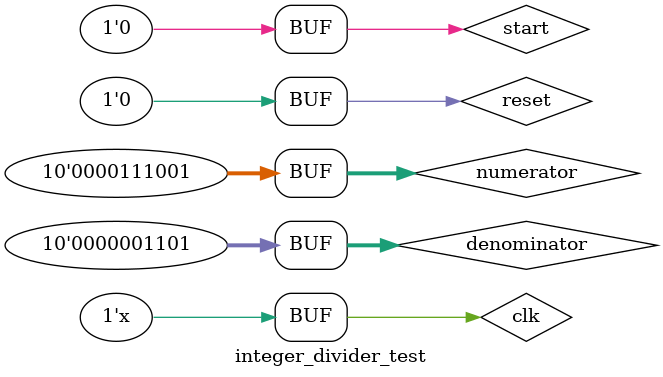
<source format=v>
`timescale 1ns / 1ps



module integer_divider_test;

	// Inputs
	reg clk;
	reg reset;
	reg [9:0] numerator;
	reg [9:0] denominator;
	reg start;

	// Outputs
	wire [9:0] quotient;
	wire [9:0] remainder;
	wire done;

	// Instantiate the Unit Under Test (UUT)
	integer_divider #(10) uut (
		.clk(clk), 
		.reset(reset), 
		.numerator(numerator), 
		.denominator(denominator), 
		.start(start), 
		.quotient(quotient), 
		.remainder(remainder), 
		.done(done)
	);
	
	always begin
    #10 clk = ~clk;
	end

	initial begin
		// Initialize Inputs
		clk = 1;
		reset = 1;
		numerator = 0;
		denominator = 0;
		start = 0;

		// Wait 20 ns for global reset to finish
		#20;
		reset = 0;
		#20;
        
		// Add stimulus here
		numerator = 57;
		denominator = 13;
		start = 1; //signal the divider to start dividing
		#20;
		start = 0;
		
		
		#160;
	end
      
endmodule


</source>
